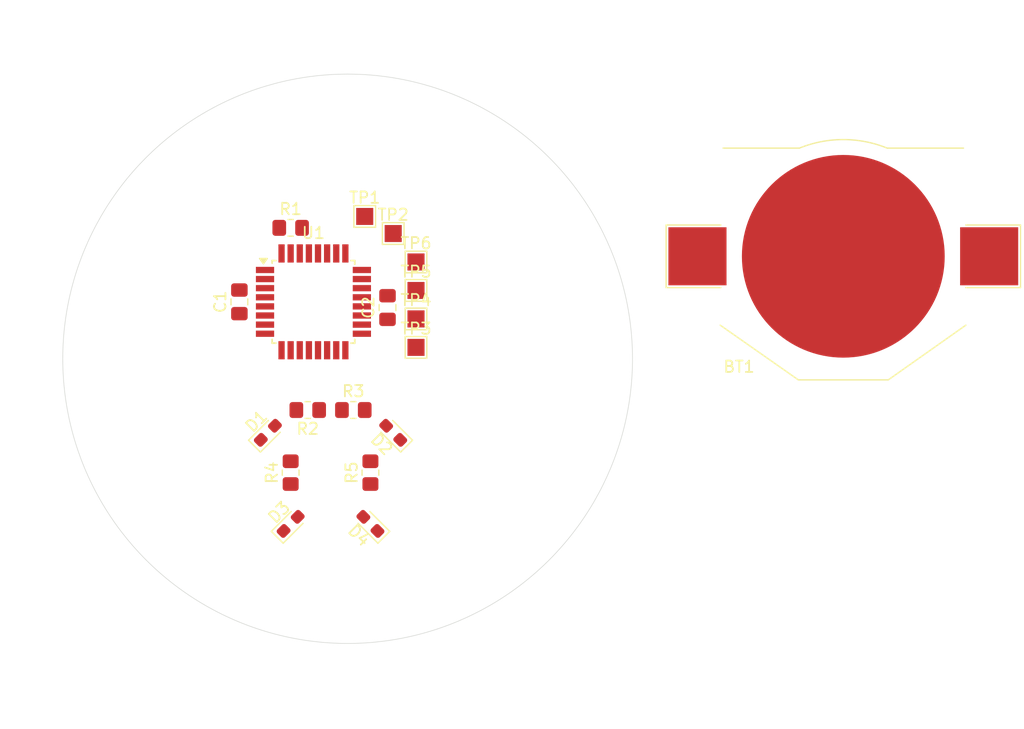
<source format=kicad_pcb>
(kicad_pcb (version 20240108) (generator "pcbnew") (generator_version "8.0")
  (layers (0 "F.Cu" signal) (31 "B.Cu" signal) (34 "B.Paste" user) (35 "F.Paste" user) (36 "B.SilkS" user "B.Silkscreen") (37 "F.SilkS" user "F.Silkscreen") (38 "B.Mask" user) (39 "F.Mask" user) (44 "Edge.Cuts" user))
  (net 0 "")
  (net 1 "GND")
  (net 2 "Net-(BT1-+)")
  (net 13 "+BATT")
  (net 28 "Net-(D1-A)")
  (net 29 "Net-(D2-A)")
  (net 30 "Net-(D3-A)")
  (net 31 "Net-(D4-A)")
  (net 32 "/nRST")
  (net 33 "/led_eye_left")
  (net 34 "/led_eye_right")
  (net 35 "/led_mouth_left")
  (net 36 "/led_mouth_right")
  (net 37 "/MOSI")
  (net 38 "/MISO")
  (net 39 "/SCK")
  (footprint "TestPoint:TestPoint_Pad_1.5x1.5mm" (layer "F.Cu") (at 151.5 87.5)
    (property "Reference" "TP1" (at 0 -1.648 0) (layer "F.SilkS"))
    (property "Value" "TestPoint")
    (fp_line (start -0.95 -0.95) (end 0.95 -0.95) (stroke (width 0.12)) (layer "F.SilkS"))
    (fp_line (start -0.95 0.95) (end -0.95 -0.95) (stroke (width 0.12)) (layer "F.SilkS"))
    (fp_line (start 0.95 -0.95) (end 0.95 0.95) (stroke (width 0.12)) (layer "F.SilkS"))
    (fp_line (start 0.95 0.95) (end -0.95 0.95) (stroke (width 0.12)) (layer "F.SilkS"))
    (pad "1" smd rect (at 0 0) (size 1.5 1.5) (layers "F.Cu" "F.Mask") (net 32 "/nRST"))
  )
  (footprint "LED_SMD:LED_0603_1608Metric_Pad1.05x0.95mm_HandSolder" (layer "F.Cu") (at 143 106.5 45)
    (property "Reference" "D1" (at 0 -1.43 45) (layer "F.SilkS"))
    (property "Value" "LED_Filled")
    (fp_line (start -1.66 -0.735) (end -1.66 0.735) (stroke (width 0.12)) (layer "F.SilkS"))
    (fp_line (start -1.66 0.735) (end 0.8 0.735) (stroke (width 0.12)) (layer "F.SilkS"))
    (fp_line (start 0.8 -0.735) (end -1.66 -0.735) (stroke (width 0.12)) (layer "F.SilkS"))
    (pad "1" smd roundrect (at -0.874999 0 45) (size 1.05 0.95) (layers "F.Cu" "F.Paste" "F.Mask") (net 1 "GND"))
    (pad "2" smd roundrect (at 0.874999 0 45) (size 1.05 0.95) (layers "F.Cu" "F.Paste" "F.Mask") (net 28 "Net-(D1-A)"))
  )
  (footprint "LED_SMD:LED_0603_1608Metric_Pad1.05x0.95mm_HandSolder" (layer "F.Cu") (at 145 114.5 45)
    (property "Reference" "D3" (at 0 -1.43 45) (layer "F.SilkS"))
    (property "Value" "LED_Filled")
    (fp_line (start -1.66 -0.735) (end -1.66 0.735) (stroke (width 0.12)) (layer "F.SilkS"))
    (fp_line (start -1.66 0.735) (end 0.8 0.735) (stroke (width 0.12)) (layer "F.SilkS"))
    (fp_line (start 0.8 -0.735) (end -1.66 -0.735) (stroke (width 0.12)) (layer "F.SilkS"))
    (pad "1" smd roundrect (at -0.874999 0 45) (size 1.05 0.95) (layers "F.Cu" "F.Paste" "F.Mask") (net 1 "GND"))
    (pad "2" smd roundrect (at 0.874999 0 45) (size 1.05 0.95) (layers "F.Cu" "F.Paste" "F.Mask") (net 30 "Net-(D3-A)"))
  )
  (footprint "Package_QFP:TQFP-32_7x7mm_P0.8mm" (layer "F.Cu") (at 147 95)
    (property "Reference" "U1" (at 0 -6.05 0) (layer "F.SilkS"))
    (property "Value" "ATtiny48-A")
    (fp_line (start -3.625 -3.625) (end -3.625 -3.4) (stroke (width 0.15)) (layer "F.SilkS"))
    (fp_line (start -3.625 -3.625) (end -3.299999 -3.625) (stroke (width 0.15)) (layer "F.SilkS"))
    (fp_line (start -3.625 3.625) (end -3.625 3.299999) (stroke (width 0.15)) (layer "F.SilkS"))
    (fp_line (start -3.625 3.625) (end -3.299999 3.625) (stroke (width 0.15)) (layer "F.SilkS"))
    (fp_line (start 3.625 -3.625) (end 3.299999 -3.625) (stroke (width 0.15)) (layer "F.SilkS"))
    (fp_line (start 3.625 -3.625) (end 3.625 -3.299999) (stroke (width 0.15)) (layer "F.SilkS"))
    (fp_line (start 3.625 3.625) (end 3.299999 3.625) (stroke (width 0.15)) (layer "F.SilkS"))
    (fp_line (start 3.625 3.625) (end 3.625 3.299999) (stroke (width 0.15)) (layer "F.SilkS"))
    (fp_poly (pts (xy -4.39 -3.34) (xy -4.73 -3.81) (xy -4.05 -3.81) (xy -4.39 -3.34)) (stroke (width 0.12)) (fill solid) (layer "F.SilkS"))
    (pad "1" smd rect (at -4.25 -2.8) (size 1.6 0.55) (layers "F.Cu" "F.Paste" "F.Mask"))
    (pad "2" smd rect (at -4.25 -2) (size 1.6 0.55) (layers "F.Cu" "F.Paste" "F.Mask"))
    (pad "3" smd rect (at -4.25 -1.2) (size 1.6 0.55) (layers "F.Cu" "F.Paste" "F.Mask"))
    (pad "4" smd rect (at -4.25 -0.4) (size 1.6 0.55) (layers "F.Cu" "F.Paste" "F.Mask") (net 13 "+BATT"))
    (pad "5" smd rect (at -4.25 0.4) (size 1.6 0.55) (layers "F.Cu" "F.Paste" "F.Mask") (net 1 "GND"))
    (pad "6" smd rect (at -4.25 1.2) (size 1.6 0.55) (layers "F.Cu" "F.Paste" "F.Mask"))
    (pad "7" smd rect (at -4.25 2) (size 1.6 0.55) (layers "F.Cu" "F.Paste" "F.Mask"))
    (pad "8" smd rect (at -4.25 2.8) (size 1.6 0.55) (layers "F.Cu" "F.Paste" "F.Mask"))
    (pad "9" smd rect (at -2.8 4.25 90) (size 1.6 0.55) (layers "F.Cu" "F.Paste" "F.Mask"))
    (pad "10" smd rect (at -2 4.25 90) (size 1.6 0.55) (layers "F.Cu" "F.Paste" "F.Mask"))
    (pad "11" smd rect (at -1.2 4.25 90) (size 1.6 0.55) (layers "F.Cu" "F.Paste" "F.Mask"))
    (pad "12" smd rect (at -0.4 4.25 90) (size 1.6 0.55) (layers "F.Cu" "F.Paste" "F.Mask"))
    (pad "13" smd rect (at 0.4 4.25 90) (size 1.6 0.55) (layers "F.Cu" "F.Paste" "F.Mask"))
    (pad "14" smd rect (at 1.2 4.25 90) (size 1.6 0.55) (layers "F.Cu" "F.Paste" "F.Mask"))
    (pad "15" smd rect (at 2 4.25 90) (size 1.6 0.55) (layers "F.Cu" "F.Paste" "F.Mask") (net 37 "/MOSI"))
    (pad "16" smd rect (at 2.8 4.25 90) (size 1.6 0.55) (layers "F.Cu" "F.Paste" "F.Mask") (net 38 "/MISO"))
    (pad "17" smd rect (at 4.25 2.8) (size 1.6 0.55) (layers "F.Cu" "F.Paste" "F.Mask") (net 39 "/SCK"))
    (pad "18" smd rect (at 4.25 2) (size 1.6 0.55) (layers "F.Cu" "F.Paste" "F.Mask") (net 13 "+BATT"))
    (pad "19" smd rect (at 4.25 1.2) (size 1.6 0.55) (layers "F.Cu" "F.Paste" "F.Mask"))
    (pad "20" smd rect (at 4.25 0.4) (size 1.6 0.55) (layers "F.Cu" "F.Paste" "F.Mask"))
    (pad "21" smd rect (at 4.25 -0.4) (size 1.6 0.55) (layers "F.Cu" "F.Paste" "F.Mask") (net 1 "GND"))
    (pad "22" smd rect (at 4.25 -1.2) (size 1.6 0.55) (layers "F.Cu" "F.Paste" "F.Mask"))
    (pad "23" smd rect (at 4.25 -2) (size 1.6 0.55) (layers "F.Cu" "F.Paste" "F.Mask"))
    (pad "24" smd rect (at 4.25 -2.8) (size 1.6 0.55) (layers "F.Cu" "F.Paste" "F.Mask"))
    (pad "25" smd rect (at 2.8 -4.25 90) (size 1.6 0.55) (layers "F.Cu" "F.Paste" "F.Mask"))
    (pad "26" smd rect (at 2 -4.25 90) (size 1.6 0.55) (layers "F.Cu" "F.Paste" "F.Mask"))
    (pad "27" smd rect (at 1.2 -4.25 90) (size 1.6 0.55) (layers "F.Cu" "F.Paste" "F.Mask"))
    (pad "28" smd rect (at 0.4 -4.25 90) (size 1.6 0.55) (layers "F.Cu" "F.Paste" "F.Mask"))
    (pad "29" smd rect (at -0.4 -4.25 90) (size 1.6 0.55) (layers "F.Cu" "F.Paste" "F.Mask") (net 32 "/nRST"))
    (pad "30" smd rect (at -1.2 -4.25 90) (size 1.6 0.55) (layers "F.Cu" "F.Paste" "F.Mask"))
    (pad "31" smd rect (at -2 -4.25 90) (size 1.6 0.55) (layers "F.Cu" "F.Paste" "F.Mask"))
    (pad "32" smd rect (at -2.8 -4.25 90) (size 1.6 0.55) (layers "F.Cu" "F.Paste" "F.Mask"))
  )
  (footprint "TestPoint:TestPoint_Pad_1.5x1.5mm" (layer "F.Cu") (at 156 96.5)
    (property "Reference" "TP4" (at 0 -1.648 0) (layer "F.SilkS"))
    (property "Value" "TestPoint")
    (fp_line (start -0.95 -0.95) (end 0.95 -0.95) (stroke (width 0.12)) (layer "F.SilkS"))
    (fp_line (start -0.95 0.95) (end -0.95 -0.95) (stroke (width 0.12)) (layer "F.SilkS"))
    (fp_line (start 0.95 -0.95) (end 0.95 0.95) (stroke (width 0.12)) (layer "F.SilkS"))
    (fp_line (start 0.95 0.95) (end -0.95 0.95) (stroke (width 0.12)) (layer "F.SilkS"))
    (pad "1" smd rect (at 0 0) (size 1.5 1.5) (layers "F.Cu" "F.Mask") (net 37 "/MOSI"))
  )
  (footprint "Resistor_SMD:R_0805_2012Metric_Pad1.20x1.40mm_HandSolder" (layer "F.Cu") (at 145 88.5)
    (property "Reference" "R1" (at 0 -1.65 0) (layer "F.SilkS"))
    (property "Value" "10k")
    (fp_line (start -0.227064 -0.735) (end 0.227064 -0.735) (stroke (width 0.12)) (layer "F.SilkS"))
    (fp_line (start -0.227064 0.735) (end 0.227064 0.735) (stroke (width 0.12)) (layer "F.SilkS"))
    (pad "1" smd roundrect (at -1 0) (size 1.2 1.4) (layers "F.Cu" "F.Paste" "F.Mask") (roundrect_rratio 0.208333) (net 13 "+BATT"))
    (pad "2" smd roundrect (at 1 0) (size 1.2 1.4) (layers "F.Cu" "F.Paste" "F.Mask") (roundrect_rratio 0.208333) (net 32 "/nRST"))
  )
  (footprint "Battery:BatteryHolder_Keystone_3002_1x2032" (layer "F.Cu") (at 193.5 91)
    (property "Reference" "BT1" (at -9.15 9.7 0) (layer "F.SilkS"))
    (property "Value" "Battery_Cell")
    (fp_line (start -15.55 -2.75) (end -15.55 2.75) (stroke (width 0.12)) (layer "F.SilkS"))
    (fp_line (start -15.55 2.75) (end -10.75 2.75) (stroke (width 0.12)) (layer "F.SilkS"))
    (fp_line (start -10.8 6.05) (end -3.95 10.85) (stroke (width 0.12)) (layer "F.SilkS"))
    (fp_line (start -10.75 -2.75) (end -15.55 -2.75) (stroke (width 0.12)) (layer "F.SilkS"))
    (fp_line (start -10.55 -9.5) (end -3.85 -9.5) (stroke (width 0.12)) (layer "F.SilkS"))
    (fp_line (start -3.95 10.85) (end 3.95 10.85) (stroke (width 0.12)) (layer "F.SilkS"))
    (fp_line (start 3.95 10.85) (end 10.75 6.05) (stroke (width 0.12)) (layer "F.SilkS"))
    (fp_line (start 10.55 -9.5) (end 3.85 -9.5) (stroke (width 0.12)) (layer "F.SilkS"))
    (fp_line (start 10.75 2.75) (end 15.55 2.75) (stroke (width 0.12)) (layer "F.SilkS"))
    (fp_line (start 15.55 -2.75) (end 10.75 -2.75) (stroke (width 0.12)) (layer "F.SilkS"))
    (fp_line (start 15.55 2.75) (end 15.55 -2.75) (stroke (width 0.12)) (layer "F.SilkS"))
    (fp_arc (start -3.846385 -9.501464) (mid 0.00195 -10.250487) (end 3.85 -9.5) (stroke (width 0.12)) (layer "F.SilkS"))
    (pad "1" smd rect (at -12.8 0) (size 5.1 5.1) (layers "F.Cu" "F.Paste" "F.Mask") (net 2 "Net-(BT1-+)"))
    (pad "1" smd rect (at 12.8 0) (size 5.1 5.1) (layers "F.Cu" "F.Paste" "F.Mask") (net 2 "Net-(BT1-+)"))
    (pad "2" smd circle (at 0 0) (size 17.8 17.8) (layers "F.Cu" "F.Mask") (net 1 "GND"))
  )
  (footprint "TestPoint:TestPoint_Pad_1.5x1.5mm" (layer "F.Cu") (at 154 89)
    (property "Reference" "TP2" (at 0 -1.648 0) (layer "F.SilkS"))
    (property "Value" "TestPoint")
    (fp_line (start -0.95 -0.95) (end 0.95 -0.95) (stroke (width 0.12)) (layer "F.SilkS"))
    (fp_line (start -0.95 0.95) (end -0.95 -0.95) (stroke (width 0.12)) (layer "F.SilkS"))
    (fp_line (start 0.95 -0.95) (end 0.95 0.95) (stroke (width 0.12)) (layer "F.SilkS"))
    (fp_line (start 0.95 0.95) (end -0.95 0.95) (stroke (width 0.12)) (layer "F.SilkS"))
    (pad "1" smd rect (at 0 0) (size 1.5 1.5) (layers "F.Cu" "F.Mask") (net 13 "+BATT"))
  )
  (footprint "LED_SMD:LED_0603_1608Metric_Pad1.05x0.95mm_HandSolder" (layer "F.Cu") (at 154 106.5 135)
    (property "Reference" "D2" (at 0 -1.43 135) (layer "F.SilkS"))
    (property "Value" "LED_Filled")
    (fp_line (start 0.8 -0.735) (end -1.66 -0.735) (stroke (width 0.12)) (layer "F.SilkS"))
    (fp_line (start -1.66 -0.735) (end -1.66 0.735) (stroke (width 0.12)) (layer "F.SilkS"))
    (fp_line (start -1.66 0.735) (end 0.8 0.735) (stroke (width 0.12)) (layer "F.SilkS"))
    (pad "1" smd roundrect (at -0.874999 0 135) (size 1.05 0.95) (layers "F.Cu" "F.Paste" "F.Mask") (net 1 "GND"))
    (pad "2" smd roundrect (at 0.874999 0 135) (size 1.05 0.95) (layers "F.Cu" "F.Paste" "F.Mask") (net 29 "Net-(D2-A)"))
  )
  (footprint "Resistor_SMD:R_0805_2012Metric_Pad1.20x1.40mm_HandSolder" (layer "F.Cu") (at 150.5 104.5)
    (property "Reference" "R3" (at 0 -1.65 0) (layer "F.SilkS"))
    (property "Value" "R")
    (fp_line (start -0.227064 -0.735) (end 0.227064 -0.735) (stroke (width 0.12)) (layer "F.SilkS"))
    (fp_line (start -0.227064 0.735) (end 0.227064 0.735) (stroke (width 0.12)) (layer "F.SilkS"))
    (pad "1" smd roundrect (at -1 0) (size 1.2 1.4) (layers "F.Cu" "F.Paste" "F.Mask") (roundrect_rratio 0.208333) (net 34 "/led_eye_right"))
    (pad "2" smd roundrect (at 1 0) (size 1.2 1.4) (layers "F.Cu" "F.Paste" "F.Mask") (roundrect_rratio 0.208333) (net 29 "Net-(D2-A)"))
  )
  (footprint "TestPoint:TestPoint_Pad_1.5x1.5mm" (layer "F.Cu") (at 156 91.5)
    (property "Reference" "TP6" (at 0 -1.648 0) (layer "F.SilkS"))
    (property "Value" "TestPoint")
    (fp_line (start -0.95 -0.95) (end 0.95 -0.95) (stroke (width 0.12)) (layer "F.SilkS"))
    (fp_line (start -0.95 0.95) (end -0.95 -0.95) (stroke (width 0.12)) (layer "F.SilkS"))
    (fp_line (start 0.95 -0.95) (end 0.95 0.95) (stroke (width 0.12)) (layer "F.SilkS"))
    (fp_line (start 0.95 0.95) (end -0.95 0.95) (stroke (width 0.12)) (layer "F.SilkS"))
    (pad "1" smd rect (at 0 0) (size 1.5 1.5) (layers "F.Cu" "F.Mask") (net 39 "/SCK"))
  )
  (footprint "Resistor_SMD:R_0805_2012Metric_Pad1.20x1.40mm_HandSolder" (layer "F.Cu") (at 145 110 90)
    (property "Reference" "R4" (at 0 -1.65 90) (layer "F.SilkS"))
    (property "Value" "R")
    (fp_line (start -0.227064 -0.735) (end 0.227064 -0.735) (stroke (width 0.12)) (layer "F.SilkS"))
    (fp_line (start -0.227064 0.735) (end 0.227064 0.735) (stroke (width 0.12)) (layer "F.SilkS"))
    (pad "1" smd roundrect (at -1 0 90) (size 1.2 1.4) (layers "F.Cu" "F.Paste" "F.Mask") (roundrect_rratio 0.208333) (net 35 "/led_mouth_left"))
    (pad "2" smd roundrect (at 1 0 90) (size 1.2 1.4) (layers "F.Cu" "F.Paste" "F.Mask") (roundrect_rratio 0.208333) (net 30 "Net-(D3-A)"))
  )
  (footprint "TestPoint:TestPoint_Pad_1.5x1.5mm" (layer "F.Cu") (at 156 94)
    (property "Reference" "TP5" (at 0 -1.648 0) (layer "F.SilkS"))
    (property "Value" "TestPoint")
    (fp_line (start -0.95 -0.95) (end 0.95 -0.95) (stroke (width 0.12)) (layer "F.SilkS"))
    (fp_line (start -0.95 0.95) (end -0.95 -0.95) (stroke (width 0.12)) (layer "F.SilkS"))
    (fp_line (start 0.95 -0.95) (end 0.95 0.95) (stroke (width 0.12)) (layer "F.SilkS"))
    (fp_line (start 0.95 0.95) (end -0.95 0.95) (stroke (width 0.12)) (layer "F.SilkS"))
    (pad "1" smd rect (at 0 0) (size 1.5 1.5) (layers "F.Cu" "F.Mask") (net 38 "/MISO"))
  )
  (footprint "Capacitor_SMD:C_0805_2012Metric_Pad1.18x1.45mm_HandSolder" (layer "F.Cu") (at 140.5 95 90)
    (property "Reference" "C1" (at 0 -1.68 90) (layer "F.SilkS"))
    (property "Value" "C")
    (fp_line (start -0.261252 -0.735) (end 0.261252 -0.735) (stroke (width 0.12)) (layer "F.SilkS"))
    (fp_line (start -0.261252 0.735) (end 0.261252 0.735) (stroke (width 0.12)) (layer "F.SilkS"))
    (pad "1" smd roundrect (at -1.0375 0 90) (size 1.175 1.45) (layers "F.Cu" "F.Paste" "F.Mask") (roundrect_rratio 0.212766) (net 1 "GND"))
    (pad "2" smd roundrect (at 1.0375 0 90) (size 1.175 1.45) (layers "F.Cu" "F.Paste" "F.Mask") (roundrect_rratio 0.212766) (net 13 "+BATT"))
  )
  (footprint "Capacitor_SMD:C_0805_2012Metric_Pad1.18x1.45mm_HandSolder" (layer "F.Cu") (at 153.5 95.5 90)
    (property "Reference" "C2" (at 0 -1.68 90) (layer "F.SilkS"))
    (property "Value" "C")
    (fp_line (start -0.261252 -0.735) (end 0.261252 -0.735) (stroke (width 0.12)) (layer "F.SilkS"))
    (fp_line (start -0.261252 0.735) (end 0.261252 0.735) (stroke (width 0.12)) (layer "F.SilkS"))
    (pad "1" smd roundrect (at -1.0375 0 90) (size 1.175 1.45) (layers "F.Cu" "F.Paste" "F.Mask") (roundrect_rratio 0.212766) (net 13 "+BATT"))
    (pad "2" smd roundrect (at 1.0375 0 90) (size 1.175 1.45) (layers "F.Cu" "F.Paste" "F.Mask") (roundrect_rratio 0.212766) (net 1 "GND"))
  )
  (footprint "TestPoint:TestPoint_Pad_1.5x1.5mm" (layer "F.Cu") (at 156 99)
    (property "Reference" "TP3" (at 0 -1.648 0) (layer "F.SilkS"))
    (property "Value" "TestPoint")
    (fp_line (start -0.95 -0.95) (end 0.95 -0.95) (stroke (width 0.12)) (layer "F.SilkS"))
    (fp_line (start -0.95 0.95) (end -0.95 -0.95) (stroke (width 0.12)) (layer "F.SilkS"))
    (fp_line (start 0.95 -0.95) (end 0.95 0.95) (stroke (width 0.12)) (layer "F.SilkS"))
    (fp_line (start 0.95 0.95) (end -0.95 0.95) (stroke (width 0.12)) (layer "F.SilkS"))
    (pad "1" smd rect (at 0 0) (size 1.5 1.5) (layers "F.Cu" "F.Mask") (net 1 "GND"))
  )
  (footprint "Resistor_SMD:R_0805_2012Metric_Pad1.20x1.40mm_HandSolder" (layer "F.Cu") (at 146.5 104.5 180)
    (property "Reference" "R2" (at 0 -1.65 360) (layer "F.SilkS"))
    (property "Value" "R")
    (fp_line (start -0.227064 0.735) (end 0.227064 0.735) (stroke (width 0.12)) (layer "F.SilkS"))
    (fp_line (start -0.227064 -0.735) (end 0.227064 -0.735) (stroke (width 0.12)) (layer "F.SilkS"))
    (pad "1" smd roundrect (at -1 0 180) (size 1.2 1.4) (layers "F.Cu" "F.Paste" "F.Mask") (roundrect_rratio 0.208333) (net 33 "/led_eye_left"))
    (pad "2" smd roundrect (at 1 0 180) (size 1.2 1.4) (layers "F.Cu" "F.Paste" "F.Mask") (roundrect_rratio 0.208333) (net 28 "Net-(D1-A)"))
  )
  (footprint "Resistor_SMD:R_0805_2012Metric_Pad1.20x1.40mm_HandSolder" (layer "F.Cu") (at 152 110 90)
    (property "Reference" "R5" (at 0 -1.65 90) (layer "F.SilkS"))
    (property "Value" "R")
    (fp_line (start -0.227064 -0.735) (end 0.227064 -0.735) (stroke (width 0.12)) (layer "F.SilkS"))
    (fp_line (start -0.227064 0.735) (end 0.227064 0.735) (stroke (width 0.12)) (layer "F.SilkS"))
    (pad "1" smd roundrect (at -1 0 90) (size 1.2 1.4) (layers "F.Cu" "F.Paste" "F.Mask") (roundrect_rratio 0.208333) (net 36 "/led_mouth_right"))
    (pad "2" smd roundrect (at 1 0 90) (size 1.2 1.4) (layers "F.Cu" "F.Paste" "F.Mask") (roundrect_rratio 0.208333) (net 31 "Net-(D4-A)"))
  )
  (footprint "LED_SMD:LED_0603_1608Metric_Pad1.05x0.95mm_HandSolder" (layer "F.Cu") (at 152 114.5 135)
    (property "Reference" "D4" (at 0 -1.43 135) (layer "F.SilkS"))
    (property "Value" "LED_Filled")
    (fp_line (start 0.8 -0.735) (end -1.66 -0.735) (stroke (width 0.12)) (layer "F.SilkS"))
    (fp_line (start -1.66 -0.735) (end -1.66 0.735) (stroke (width 0.12)) (layer "F.SilkS"))
    (fp_line (start -1.66 0.735) (end 0.8 0.735) (stroke (width 0.12)) (layer "F.SilkS"))
    (pad "1" smd roundrect (at -0.874999 0 135) (size 1.05 0.95) (layers "F.Cu" "F.Paste" "F.Mask") (net 1 "GND"))
    (pad "2" smd roundrect (at 0.874999 0 135) (size 1.05 0.95) (layers "F.Cu" "F.Paste" "F.Mask") (net 31 "Net-(D4-A)"))
  )
  (gr_circle (center 150 100) (end 175 100) (stroke (width 0.05)) (fill none) (layer "Edge.Cuts"))
)
</source>
